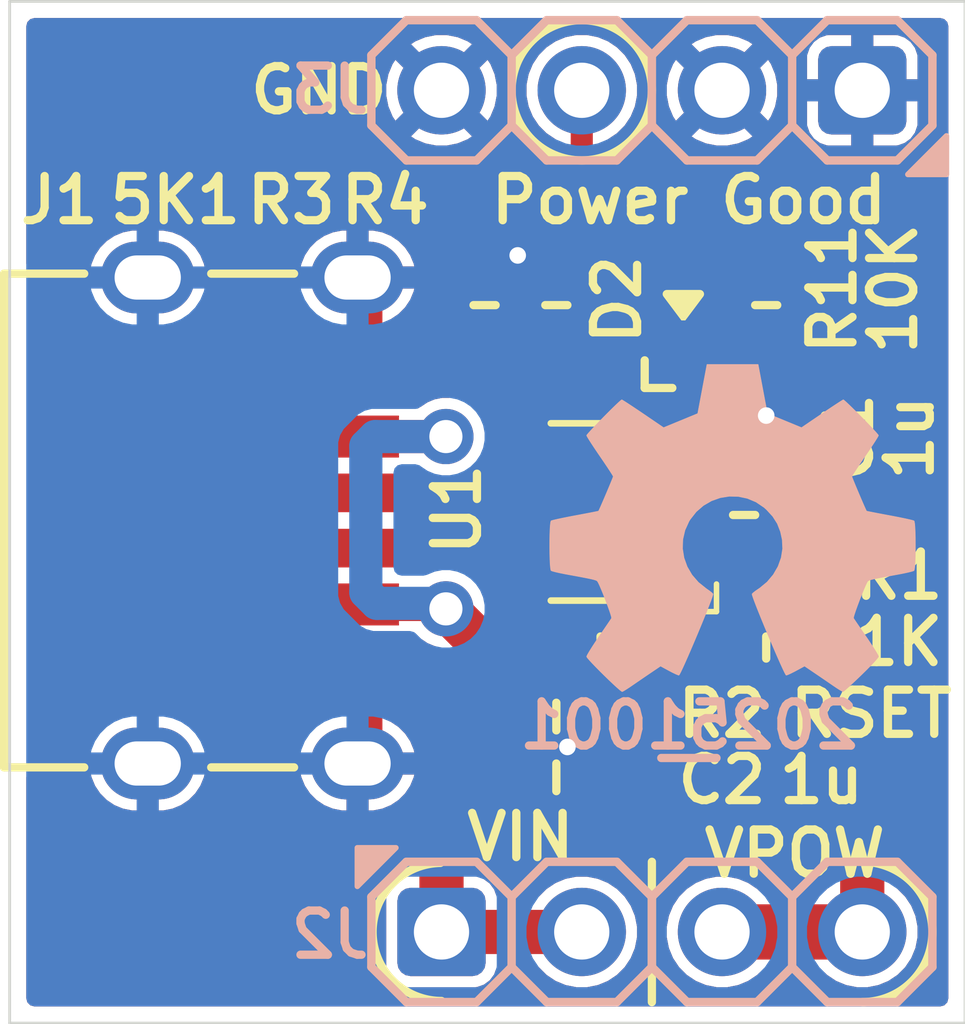
<source format=kicad_pcb>
(kicad_pcb (version 20241229) (generator "pcbnew") (generator_version "9.0")
  (layers (0 "F.Cu" mixed) (2 "B.Cu" mixed) (13 "F.Paste" user) (15 "B.Paste" user) (5 "F.SilkS" user "F.Silkscreen") (7 "B.SilkS" user "B.Silkscreen") (1 "F.Mask" user) (3 "B.Mask" user) (25 "Edge.Cuts" user))
  (net 0 "")
  (net 1 "GND")
  (net 2 "/VDD")
  (net 3 "/VPOW")
  (net 4 "Net-(D2-A)")
  (net 5 "/PG")
  (net 6 "/VIN")
  (net 7 "/CC2")
  (net 8 "/CC1")
  (net 9 "Net-(U1-CFG)")
  (footprint "SquantorCapacitor:C_0805+0603" (layer "F.Cu") (at 102.4 49.6 -90)
    (property "Reference" "C1" (at -1.4 -1.5 90) (layer "F.SilkS") (effects (font (size 0.8 0.8))))
    (property "Value" "1u" (at -1.4 -2.6 90) (layer "F.SilkS") (effects (font (size 0.8 0.8))))
    (fp_line (start 0 0.6) (end 0 0.2) (stroke (width 0.15)) (layer "F.SilkS"))
    (fp_line (start 0 -0.6) (end 0 -0.2) (stroke (width 0.15)) (layer "F.SilkS"))
    (pad "1" smd roundrect (at -0.95 0 270) (size 1.3 1.35) (layers "F.Cu" "F.Mask" "F.Paste") (roundrect_rratio 0.2) (net 1 "GND"))
    (pad "2" smd roundrect (at 0.95 0 270) (size 1.3 1.35) (layers "F.Cu" "F.Mask" "F.Paste") (roundrect_rratio 0.2) (net 2 "/VDD"))
  )
  (footprint "SquantorResistor:R_0603_hand" (layer "F.Cu") (at 98.6 45.8 90)
    (property "Reference" "R4" (at 1.9 -3.1 180) (layer "F.SilkS") (effects (font (size 0.8 0.8))))
    (property "Value" "5K1")
    (fp_line (start 0 -0.2) (end 0 0.2) (stroke (width 0.15)) (layer "F.SilkS"))
    (pad "1" smd roundrect (at -0.9 0 90) (size 0.8 0.9) (layers "F.Cu" "F.Mask" "F.Paste") (roundrect_rratio 0.1428571429) (net 7 "/CC2"))
    (pad "2" smd roundrect (at 0.9 0 90) (size 0.8 0.9) (layers "F.Cu" "F.Mask" "F.Paste") (roundrect_rratio 0.1428571429) (net 1 "GND"))
  )
  (footprint "SquantorDiodes:LED_0603_hand" (layer "F.Cu") (at 100.9 45.8 90)
    (property "Reference" "D2" (at 0.1 -1.2 270) (layer "F.SilkS") (effects (font (size 0.8 0.8))))
    (property "Value" "Power Good" (at 1.9 0.1 180) (layer "F.SilkS") (effects (font (size 0.8 0.8))))
    (fp_line (start -1.5 -0.7) (end -1 -0.7) (stroke (width 0.15)) (layer "F.SilkS"))
    (fp_line (start -1.5 -0.7) (end -1.5 -0.2) (stroke (width 0.15)) (layer "F.SilkS"))
    (fp_poly (pts (xy -0.2 0) (xy 0.2 -0.3) (xy 0.2 0.3)) (stroke (width 0.15)) (fill yes) (layer "F.SilkS"))
    (pad "1" smd roundrect (at -0.85 0 90) (size 0.7 0.9) (layers "F.Cu" "F.Mask" "F.Paste") (roundrect_rratio 0.2) (net 5 "/PG"))
    (pad "2" smd roundrect (at 0.85 0 90) (size 0.7 0.9) (layers "F.Cu" "F.Mask" "F.Paste") (roundrect_rratio 0.2) (net 4 "Net-(D2-A)"))
  )
  (footprint "SquantorResistor:R_0603_hand" (layer "F.Cu") (at 97.3 45.8 90)
    (property "Reference" "R3" (at 1.9 -3.5 180) (layer "F.SilkS") (effects (font (size 0.8 0.8))))
    (property "Value" "5K1" (at 1.9 -5.6 180) (layer "F.SilkS") (effects (font (size 0.8 0.8))))
    (fp_line (start 0 -0.2) (end 0 0.2) (stroke (width 0.15)) (layer "F.SilkS"))
    (pad "1" smd roundrect (at -0.9 0 90) (size 0.8 0.9) (layers "F.Cu" "F.Mask" "F.Paste") (roundrect_rratio 0.1428571429) (net 8 "/CC1"))
    (pad "2" smd roundrect (at 0.9 0 90) (size 0.8 0.9) (layers "F.Cu" "F.Mask" "F.Paste") (roundrect_rratio 0.1428571429) (net 1 "GND"))
  )
  (footprint "SquantorCapacitor:C_1206_0805" (layer "F.Cu") (at 98.6 53.8)
    (property "Reference" "C2" (at 3 0.6 0) (layer "F.SilkS") (effects (font (size 0.8 0.8))))
    (property "Value" "1u" (at 4.8 0.6 0) (layer "F.SilkS") (effects (font (size 0.8 0.8))))
    (fp_line (start 0 -0.8) (end 0 -0.3) (stroke (width 0.15)) (layer "F.SilkS"))
    (fp_line (start 0 0.8) (end 0 0.3) (stroke (width 0.15)) (layer "F.SilkS"))
    (pad "1" smd roundrect (at -1.25 0) (size 1.5 1.6) (layers "F.Cu" "F.Mask" "F.Paste") (net 6 "/VIN"))
    (pad "2" smd roundrect (at 1.25 0) (size 1.5 1.6) (layers "F.Cu" "F.Mask" "F.Paste") (net 1 "GND"))
  )
  (footprint "SquantorUsb:USB-C-HRO-31-M-17_aisler" (layer "F.Cu") (at 95.15 49.7 -90)
    (property "Reference" "J1" (at -5.8 5.55 180) (layer "F.SilkS") (effects (font (size 0.8 0.8))))
    (property "Value" "USB-C_PD")
    (fp_line (start -4.47 6.55) (end 4.47 6.55) (stroke (width 0.15)) (layer "F.SilkS"))
    (fp_line (start -4.47 6.55) (end -4.47 5.1) (stroke (width 0.15)) (layer "F.SilkS"))
    (fp_line (start 4.47 6.55) (end 4.47 5.1) (stroke (width 0.15)) (layer "F.SilkS"))
    (fp_line (start -4.47 2.8) (end -4.47 1.3) (stroke (width 0.15)) (layer "F.SilkS"))
    (fp_line (start 4.47 2.8) (end 4.47 1.3) (stroke (width 0.15)) (layer "F.SilkS"))
    (pad "A5" smd rect (at -0.5 0 270) (size 0.7 1.2) (layers "F.Cu" "F.Mask" "F.Paste") (net 8 "/CC1"))
    (pad "A9" smd rect (at 1.52 0 270) (size 0.76 1.2) (layers "F.Cu" "F.Mask" "F.Paste") (net 6 "/VIN"))
    (pad "A12" smd rect (at 2.75 0 270) (size 0.8 1.2) (layers "F.Cu" "F.Mask" "F.Paste") (net 1 "GND"))
    (pad "B5" smd rect (at 0.5 0 270) (size 0.7 1.2) (layers "F.Cu" "F.Mask" "F.Paste") (net 7 "/CC2"))
    (pad "B9" smd rect (at -1.52 0 270) (size 0.76 1.2) (layers "F.Cu" "F.Mask" "F.Paste") (net 6 "/VIN"))
    (pad "B12" smd rect (at -2.75 0 270) (size 0.8 1.2) (layers "F.Cu" "F.Mask" "F.Paste") (net 1 "GND"))
    (pad "S" thru_hole oval (at -4.4 0.15 270) (size 1.3 1.7) (drill oval 0.8 1.2) (layers "*.Cu" "*.Mask") (net 1 "GND"))
    (pad "S" thru_hole oval (at -4.4 3.95 270) (size 1.3 1.7) (drill oval 0.8 1.2) (layers "*.Cu" "*.Mask") (net 1 "GND"))
    (pad "S" thru_hole oval (at 4.4 0.15 270) (size 1.3 1.7) (drill oval 0.8 1.2) (layers "*.Cu" "*.Mask") (net 1 "GND"))
    (pad "S" thru_hole oval (at 4.4 3.95 270) (size 1.3 1.7) (drill oval 0.8 1.2) (layers "*.Cu" "*.Mask") (net 1 "GND"))
  )
  (footprint "SquantorIC:SOT23-6-HAND" (layer "F.Cu") (at 99.4 49.55 180)
    (property "Reference" "U1" (at 2.6 0.05 90) (layer "F.SilkS") (effects (font (size 0.8 0.8))))
    (property "Value" "CH221K")
    (fp_line (start 0.9 -1.6) (end -0.9 -1.6) (stroke (width 0.12)) (layer "F.SilkS"))
    (fp_line (start -0.9 1.61) (end 0.9 1.61) (stroke (width 0.12)) (layer "F.SilkS"))
    (fp_line (start -2.1 -1.8) (end -1.6 -1.8) (stroke (width 0.1)) (layer "F.SilkS"))
    (fp_line (start -2.1 -1.8) (end -2.1 -1.3) (stroke (width 0.1)) (layer "F.SilkS"))
    (pad "1" smd roundrect (at -1.2 -0.95 180) (size 1.2 0.65) (layers "F.Cu" "F.Mask" "F.Paste") (roundrect_rratio 0.2) (net 2 "/VDD"))
    (pad "2" smd roundrect (at -1.2 0 180) (size 1.2 0.65) (layers "F.Cu" "F.Mask" "F.Paste") (roundrect_rratio 0.2) (net 1 "GND"))
    (pad "3" smd roundrect (at -1.2 0.95 180) (size 1.2 0.65) (layers "F.Cu" "F.Mask" "F.Paste") (roundrect_rratio 0.2) (net 5 "/PG"))
    (pad "4" smd roundrect (at 1.2 0.95 180) (size 1.2 0.65) (layers "F.Cu" "F.Mask" "F.Paste") (roundrect_rratio 0.2) (net 8 "/CC1"))
    (pad "5" smd roundrect (at 1.2 0 180) (size 1.2 0.65) (layers "F.Cu" "F.Mask" "F.Paste") (roundrect_rratio 0.2) (net 7 "/CC2"))
    (pad "6" smd roundrect (at 1.2 -0.95 180) (size 1.2 0.65) (layers "F.Cu" "F.Mask" "F.Paste") (roundrect_rratio 0.2) (net 9 "Net-(U1-CFG)"))
  )
  (footprint "SquantorResistor:R_0603_hand" (layer "F.Cu") (at 102.4 52 180)
    (property "Reference" "R1" (at -2.4 1.3 180) (layer "F.SilkS") (effects (font (size 0.8 0.8))))
    (property "Value" "1K" (at -2.4 0.1 180) (layer "F.SilkS") (effects (font (size 0.8 0.8))))
    (fp_line (start 0 -0.2) (end 0 0.2) (stroke (width 0.15)) (layer "F.SilkS"))
    (pad "1" smd roundrect (at -0.9 0 180) (size 0.8 0.9) (layers "F.Cu" "F.Mask" "F.Paste") (roundrect_rratio 0.1428571429) (net 3 "/VPOW"))
    (pad "2" smd roundrect (at 0.9 0 180) (size 0.8 0.9) (layers "F.Cu" "F.Mask" "F.Paste") (roundrect_rratio 0.1428571429) (net 2 "/VDD"))
  )
  (footprint "SquantorResistor:R_0603_hand" (layer "F.Cu") (at 99.4 52)
    (property "Reference" "R2" (at 2.2 1.2 0) (layer "F.SilkS") (effects (font (size 0.8 0.8))))
    (property "Value" "RSET" (at 4.9 1.2 0) (layer "F.SilkS") (effects (font (size 0.8 0.8))))
    (fp_line (start 0 -0.2) (end 0 0.2) (stroke (width 0.15)) (layer "F.SilkS"))
    (pad "1" smd roundrect (at -0.9 0) (size 0.8 0.9) (layers "F.Cu" "F.Mask" "F.Paste") (roundrect_rratio 0.1428571429) (net 9 "Net-(U1-CFG)"))
    (pad "2" smd roundrect (at 0.9 0) (size 0.8 0.9) (layers "F.Cu" "F.Mask" "F.Paste") (roundrect_rratio 0.1428571429) (net 2 "/VDD"))
  )
  (footprint "SquantorResistor:R_0603_hand" (layer "F.Cu") (at 102.4 45.8 90)
    (property "Reference" "R11" (at 0.3 1.2 90) (layer "F.SilkS") (effects (font (size 0.8 0.8))))
    (property "Value" "10K" (at 0.3 2.3 90) (layer "F.SilkS") (effects (font (size 0.8 0.8))))
    (fp_line (start 0 -0.2) (end 0 0.2) (stroke (width 0.15)) (layer "F.SilkS"))
    (pad "1" smd roundrect (at -0.9 0 90) (size 0.8 0.9) (layers "F.Cu" "F.Mask" "F.Paste") (roundrect_rratio 0.1428571429) (net 2 "/VDD"))
    (pad "2" smd roundrect (at 0.9 0 90) (size 0.8 0.9) (layers "F.Cu" "F.Mask" "F.Paste") (roundrect_rratio 0.1428571429) (net 4 "Net-(D2-A)"))
  )
  (footprint "SquantorLabels:Label_Generic" (layer "B.Cu") (at 101 53.4 180)
    (property "Reference" "N1" (hide yes))
    (property "Value" "20251001" (at 0 -0.0125 0) (layer "B.SilkS") (effects (font (size 0.8 0.8)) (justify mirror)))
    (fp_line (start -0.5 -0.6) (end 0.5 -0.6) (stroke (width 0.15)) (layer "B.SilkS"))
  )
  (footprint "Symbol:OSHW-Symbol_6.7x6mm_SilkScreen" (layer "B.Cu") (at 101.8 49.85 180)
    (property "Reference" "N2" (hide yes))
    (property "Value" "OHWLOGO" (hide yes))
    (fp_poly (pts (xy 0.555814 2.531069) (xy 0.639635 2.086445) (xy 0.94892 1.958947) (xy 1.258206 1.831449) (xy 1.629246 2.083754) (xy 1.733157 2.154004) (xy 1.827087 2.216728) (xy 1.906652 2.269062) (xy 1.96747 2.308143) (xy 2.005157 2.331107) (xy 2.015421 2.336058) (xy 2.03391 2.323324) (xy 2.07342 2.288118) (xy 2.129522 2.234938) (xy 2.197787 2.168282) (xy 2.273786 2.092646) (xy 2.353092 2.012528) (xy 2.431275 1.932426) (xy 2.503907 1.856836) (xy 2.566559 1.790255) (xy 2.614803 1.737182) (xy 2.64421 1.702113) (xy 2.651241 1.690377) (xy 2.641123 1.66874) (xy 2.612759 1.621338) (xy 2.569129 1.552807) (xy 2.513218 1.467785) (xy 2.448006 1.370907) (xy 2.410219 1.31565) (xy 2.341343 1.214752) (xy 2.28014 1.123701) (xy 2.229578 1.04703) (xy 2.192628 0.989272) (xy 2.172258 0.954957) (xy 2.169197 0.947746) (xy 2.176136 0.927252) (xy 2.195051 0.879487) (xy 2.223087 0.811168) (xy 2.257391 0.729011) (xy 2.295109 0.63973) (xy 2.333387 0.550042) (xy 2.36937 0.466662) (xy 2.400206 0.396306) (xy 2.423039 0.34569) (xy 2.435017 0.321529) (xy 2.435724 0.320578) (xy 2.454531 0.315964) (xy 2.504618 0.305672) (xy 2.580793 0.290713) (xy 2.677865 0.272099) (xy 2.790643 0.250841) (xy 2.856442 0.238582) (xy 2.97695 0.215638) (xy 3.085797 0.193805) (xy 3.177476 0.174278) (xy 3.246481 0.158252) (xy 3.287304 0.146921) (xy 3.295511 0.143326) (xy 3.303548 0.118994) (xy 3.310033 0.064041) (xy 3.31497 -0.015108) (xy 3.318364 -0.112026) (xy 3.320218 -0.220287) (xy 3.320538 -0.333465) (xy 3.319327 -0.445135) (xy 3.31659 -0.548868) (xy 3.312331 -0.638241) (xy 3.306555 -0.706826) (xy 3.299267 -0.748197) (xy 3.294895 -0.75681) (xy 3.268764 -0.767133) (xy 3.213393 -0.781892) (xy 3.136107 -0.799352) (xy 3.04423 -0.81778) (xy 3.012158 -0.823741) (xy 2.857524 -0.852066) (xy 2.735375 -0.874876) (xy 2.641673 -0.89308) (xy 2.572384 -0.907583) (xy 2.523471 -0.919292) (xy 2.490897 -0.929115) (xy 2.470628 -0.937956) (xy 2.458626 -0.946724) (xy 2.456947 -0.948457) (xy 2.440184 -0.976371) (xy 2.414614 -1.030695) (xy 2.382788 -1.104777) (xy 2.34726 -1.191965) (xy 2.310583 -1.285608) (xy 2.275311 -1.379052) (xy 2.243996 -1.465647) (xy 2.219193 -1.53874) (xy 2.203454 -1.591678) (xy 2.199332 -1.617811) (xy 2.199676 -1.618726) (xy 2.213641 -1.640086) (xy 2.245322 -1.687084) (xy 2.291391 -1.754827) (xy 2.348518 -1.838423) (xy 2.413373 -1.932982) (xy 2.431843 -1.959854) (xy 2.497699 -2.057275) (xy 2.55565 -2.146163) (xy 2.602538 -2.221412) (xy 2.635207 -2.27792) (xy 2.6505 -2.310581) (xy 2.651241 -2.314593) (xy 2.638392 -2.335684) (xy 2.602888 -2.377464) (xy 2.549293 -2.435445) (xy 2.482171 -2.505135) (xy 2.406087 -2.582045) (xy 2.325604 -2.661683) (xy 2.245287 -2.739561) (xy 2.169699 -2.811186) (xy 2.103405 -2.87207) (xy 2.050969 -2.917721) (xy 2.016955 -2.94365) (xy 2.007545 -2.947883) (xy 1.985643 -2.937912) (xy 1.9408 -2.91102) (xy 1.880321 -2.871736) (xy 1.833789 -2.840117) (xy 1.749475 -2.782098) (xy 1.649626 -2.713784) (xy 1.549473 -2.645579) (xy 1.495627 -2.609075) (xy 1.313371 -2.4858) (xy 1.160381 -2.56852) (xy 1.090682 -2.604759) (xy 1.031414 -2.632926) (xy 0.991311 -2.648991) (xy 0.981103 -2.651226) (xy 0.968829 -2.634722) (xy 0.944613 -2.588082) (xy 0.910263 -2.515609) (xy 0.867588 -2.421606) (xy 0.818394 -2.310374) (xy 0.76449 -2.186215) (xy 0.707684 -2.053432) (xy 0.649782 -1.916327) (xy 0.592593 -1.779202) (xy 0.537924 -1.646358) (xy 0.487584 -1.522098) (xy 0.44338 -1.410725) (xy 0.407119 -1.316539) (xy 0.380609 -1.243844) (xy 0.365658 -1.196941) (xy 0.363254 -1.180833) (xy 0.382311 -1.160286) (xy 0.424036 -1.126933) (xy 0.479706 -1.087702) (xy 0.484378 -1.084599) (xy 0.628264 -0.969423) (xy 0.744283 -0.835053) (xy 0.83143 -0.685784) (xy 0.888699 -0.525913) (xy 0.915086 -0.359737) (xy 0.909585 -0.191552) (xy 0.87119 -0.025655) (xy 0.798895 0.133658) (xy 0.777626 0.168513) (xy 0.666996 0.309263) (xy 0.536302 0.422286) (xy 0.390064 0.506997) (xy 0.232808 0.562806) (xy 0.069057 0.589126) (xy -0.096667 0.58537) (xy -0.259838 0.55095) (xy -0.415935 0.485277) (xy -0.560433 0.387765) (xy -0.605131 0.348187) (xy -0.718888 0.224297) (xy -0.801782 0.093876) (xy -0.858644 -0.052315) (xy -0.890313 -0.197088) (xy -0.898131 -0.35986) (xy -0.872062 -0.52344) (xy -0.814755 -0.682298) (xy -0.728856 -0.830906) (xy -0.617014 -0.963735) (xy -0.481877 -1.075256) (xy -0.464117 -1.087011) (xy -0.40785 -1.125508) (xy -0.365077 -1.158863) (xy -0.344628 -1.18016) (xy -0.344331 -1.180833) (xy -0.348721 -1.203871) (xy -0.366124 -1.256157) (xy -0.394732 -1.33339) (xy -0.432735 -1.431268) (xy -0.478326 -1.545491) (xy -0.529697 -1.671758) (xy -0.585038 -1.805767) (xy -0.642542 -1.943218) (xy -0.700399 -2.079808) (xy -0.756802 -2.211237) (xy -0.809942 -2.333205) (xy -0.85801 -2.441409) (xy -0.899199 -2.531549) (xy -0.931699 -2.599323) (xy -0.953703 -2.64043) (xy -0.962564 -2.651226) (xy -0.98964 -2.642819) (xy -1.040303 -2.620272) (xy -1.105817 -2.587613) (xy -1.141841 -2.56852) (xy -1.294832 -2.4858) (xy -1.477088 -2.609075) (xy -1.570125 -2.672228) (xy -1.671985 -2.741727) (xy -1.767438 -2.807165) (xy -1.81525 -2.840117) (xy -1.882495 -2.885273) (xy -1.939436 -2.921057) (xy -1.978646 -2.942938) (xy -1.991381 -2.947563) (xy -2.009917 -2.935085) (xy -2.050941 -2.900252) (xy -2.110475 -2.846678) (xy -2.184542 -2.777983) (xy -2.269165 -2.697781) (xy -2.322685 -2.646286) (xy -2.416319 -2.554286) (xy -2.497241 -2.471999) (xy -2.562177 -2.402945) (xy -2.607858 -2.350644) (xy -2.631011 -2.318616) (xy -2.633232 -2.312116) (xy -2.622924 -2.287394) (xy -2.594439 -2.237405) (xy -2.550937 -2.167212) (xy -2.495577 -2.081875) (xy -2.43152 -1.986456) (xy -2.413303 -1.959854) (xy -2.346927 -1.863167) (xy -2.287378 -1.776117) (xy -2.237984 -1.703595) (xy -2.202075 -1.650493) (xy -2.182981 -1.621703) (xy -2.181136 -1.618726) (xy -2.183895 -1.595782) (xy -2.198538 -1.545336) (xy -2.222513 -1.474041) (xy -2.253266 -1.388547) (xy -2.288244 -1.295507) (xy -2.324893 -1.201574) (xy -2.360661 -1.113399) (xy -2.392994 -1.037634) (xy -2.419338 -0.980931) (xy -2.437142 -0.949943) (xy -2.438407 -0.948457) (xy -2.449294 -0.939601) (xy -2.467682 -0.930843) (xy -2.497606 -0.921277) (xy -2.543103 -0.909996) (xy -2.608209 -0.896093) (xy -2.696961 -0.878663) (xy -2.813393 -0.856798) (xy -2.961542 -0.829591) (xy -2.993618 -0.823741) (xy -3.088686 -0.805374) (xy -3.171565 -0.787405) (xy -3.23493 -0.771569) (xy -3.271458 -0.7596) (xy -3.276356 -0.75681) (xy -3.284427 -0.732072) (xy -3.290987 -0.67679) (xy -3.296033 -0.597389) (xy -3.299559 -0.500296) (xy -3.301561 -0.391938) (xy -3.302036 -0.27874) (xy -3.300977 -0.167128) (xy -3.298382 -0.063529) (xy -3.294246 0.025632) (xy -3.288563 0.093928) (xy -3.281331 0.134934) (xy -3.276971 0.143326) (xy -3.252698 0.151792) (xy -3.197426 0.165565) (xy -3.116662 0.18345) (xy -3.015912 0.204252) (xy -2.900683 0.226777) (xy -2.837902 0.238582) (xy -2.718787 0.260849) (xy -2.612565 0.281021) (xy -2.524427 0.298085) (xy -2.459566 0.311031) (xy -2.423174 0.318845) (xy -2.417184 0.320578) (xy -2.407061 0.34011) (xy -2.385662 0.387157) (xy -2.355839 0.454997) (xy -2.320445 0.536909) (xy -2.282332 0.626172) (xy -2.244353 0.716065) (xy -2.20936 0.799865) (xy -2.180206 0.870853) (xy -2.159743 0.922306) (xy -2.150823 0.947503) (xy -2.150657 0.948604) (xy -2.160769 0.968481) (xy -2.189117 1.014223) (xy -2.232723 1.081283) (xy -2.288606 1.165116) (xy -2.353787 1.261174) (xy -2.391679 1.31635) (xy -2.460725 1.417519) (xy -2.52205 1.50937) (xy -2.572663 1.587256) (xy -2.609571 1.646531) (xy -2.629782 1.682549) (xy -2.632701 1.690623) (xy -2.620153 1.709416) (xy -2.585463 1.749543) (xy -2.533063 1.806507) (xy -2.467384 1.875815) (xy -2.392856 1.952969) (xy -2.313913 2.033475) (xy -2.234983 2.112837) (xy -2.1605 2.18656) (xy -2.094894 2.250148) (xy -2.042596 2.299106) (xy -2.008039 2.328939) (xy -1.996478 2.336058) (xy -1.977654 2.326047) (xy -1.932631 2.297922) (xy -1.865787 2.254546) (xy -1.781499 2.198782) (xy -1.684144 2.133494) (xy -1.610707 2.083754) (xy -1.239667 1.831449) (xy -0.621095 2.086445) (xy -0.537275 2.531069) (xy -0.453454 2.975693) (xy 0.471994 2.975693) (xy 0.555814 2.531069)) (stroke (width 0.01)) (fill yes) (layer "B.SilkS"))
  )
  (footprint "SquantorConnectors:Header-0254-1X04-H010" (layer "B.Cu") (at 100.33 57.15)
    (property "Reference" "J2" (at -5.83 0.05 0) (layer "B.SilkS") (effects (font (size 0.8 0.8) (thickness 0.15) (bold yes)) (justify mirror)))
    (property "Value" "Conn_01x04")
    (fp_line (start -5.08 -0.635) (end -4.445 -1.27) (stroke (width 0.1524)) (layer "B.SilkS"))
    (fp_line (start -5.08 0.635) (end -5.08 -0.635) (stroke (width 0.1524)) (layer "B.SilkS"))
    (fp_line (start -4.445 1.27) (end -5.08 0.635) (stroke (width 0.1524)) (layer "B.SilkS"))
    (fp_line (start -4.445 1.27) (end -3.175 1.27) (stroke (width 0.1524)) (layer "B.SilkS"))
    (fp_line (start -3.175 -1.27) (end -4.445 -1.27) (stroke (width 0.1524)) (layer "B.SilkS"))
    (fp_line (start -3.175 1.27) (end -2.54 0.635) (stroke (width 0.1524)) (layer "B.SilkS"))
    (fp_line (start -2.54 -0.635) (end -3.175 -1.27) (stroke (width 0.1524)) (layer "B.SilkS"))
    (fp_line (start -2.54 0.635) (end -2.54 -0.635) (stroke (width 0.1524)) (layer "B.SilkS"))
    (fp_line (start -2.54 0.635) (end -1.905 1.27) (stroke (width 0.1524)) (layer "B.SilkS"))
    (fp_line (start -1.905 -1.27) (end -2.54 -0.635) (stroke (width 0.1524)) (layer "B.SilkS"))
    (fp_line (start -1.905 1.27) (end -0.635 1.27) (stroke (width 0.1524)) (layer "B.SilkS"))
    (fp_line (start -0.635 -1.27) (end -1.905 -1.27) (stroke (width 0.1524)) (layer "B.SilkS"))
    (fp_line (start -0.635 1.27) (end 0 0.635) (stroke (width 0.1524)) (layer "B.SilkS"))
    (fp_line (start 0 -0.635) (end -0.635 -1.27) (stroke (width 0.1524)) (layer "B.SilkS"))
    (fp_line (start 0 0.635) (end 0 -0.635) (stroke (width 0.1524)) (layer "B.SilkS"))
    (fp_line (start 0 0.635) (end 0.635 1.27) (stroke (width 0.1524)) (layer "B.SilkS"))
    (fp_line (start 0.635 -1.27) (end 0 -0.635) (stroke (width 0.1524)) (layer "B.SilkS"))
    (fp_line (start 0.635 1.27) (end 1.905 1.27) (stroke (width 0.1524)) (layer "B.SilkS"))
    (fp_line (start 1.905 -1.27) (end 0.635 -1.27) (stroke (width 0.1524)) (layer "B.SilkS"))
    (fp_line (start 1.905 1.27) (end 2.54 0.635) (stroke (width 0.1524)) (layer "B.SilkS"))
    (fp_line (start 2.54 -0.635) (end 1.905 -1.27) (stroke (width 0.1524)) (layer "B.SilkS"))
    (fp_line (start 2.54 -0.635) (end 3.175 -1.27) (stroke (width 0.1524)) (layer "B.SilkS"))
    (fp_line (start 2.54 0.635) (end 2.54 -0.635) (stroke (width 0.1524)) (layer "B.SilkS"))
    (fp_line (start 3.175 1.27) (end 2.54 0.635) (stroke (width 0.1524)) (layer "B.SilkS"))
    (fp_line (start 3.175 1.27) (end 4.445 1.27) (stroke (width 0.1524)) (layer "B.SilkS"))
    (fp_line (start 4.445 -1.27) (end 3.175 -1.27) (stroke (width 0.1524)) (layer "B.SilkS"))
    (fp_line (start 4.445 1.27) (end 5.08 0.635) (stroke (width 0.1524)) (layer "B.SilkS"))
    (fp_line (start 5.08 -0.635) (end 4.445 -1.27) (stroke (width 0.1524)) (layer "B.SilkS"))
    (fp_line (start 5.08 0.635) (end 5.08 -0.635) (stroke (width 0.1524)) (layer "B.SilkS"))
    (fp_poly (pts (xy -5.334 -0.8255) (xy -5.334 -1.524) (xy -4.6355 -1.524)) (stroke (width 0.1)) (fill yes) (layer "B.SilkS"))
    (pad "1" thru_hole roundrect (at -3.81 0 180) (size 1.6 1.6) (drill 1) (layers "*.Cu" "*.Mask") (roundrect_rratio 0.15) (net 6 "/VIN"))
    (pad "2" thru_hole circle (at -1.27 0 180) (size 1.6 1.6) (drill 1) (layers "*.Cu" "*.Mask") (net 6 "/VIN"))
    (pad "3" thru_hole circle (at 1.27 0 180) (size 1.6 1.6) (drill 1) (layers "*.Cu" "*.Mask") (net 3 "/VPOW"))
    (pad "4" thru_hole circle (at 3.81 0 180) (size 1.6 1.6) (drill 1) (layers "*.Cu" "*.Mask") (net 3 "/VPOW"))
  )
  (footprint "SquantorConnectors:Header-0254-1X04-H010" (layer "B.Cu") (at 100.33 41.91 180)
    (property "Reference" "J3" (at 5.83 0.01 0) (layer "B.SilkS") (effects (font (size 0.8 0.8) (thickness 0.15) (bold yes)) (justify mirror)))
    (property "Value" "Conn_01x04")
    (fp_line (start 5.08 0.635) (end 5.08 -0.635) (stroke (width 0.1524)) (layer "B.SilkS"))
    (fp_line (start 5.08 -0.635) (end 4.445 -1.27) (stroke (width 0.1524)) (layer "B.SilkS"))
    (fp_line (start 4.445 1.27) (end 5.08 0.635) (stroke (width 0.1524)) (layer "B.SilkS"))
    (fp_line (start 4.445 -1.27) (end 3.175 -1.27) (stroke (width 0.1524)) (layer "B.SilkS"))
    (fp_line (start 3.175 1.27) (end 4.445 1.27) (stroke (width 0.1524)) (layer "B.SilkS"))
    (fp_line (start 3.175 1.27) (end 2.54 0.635) (stroke (width 0.1524)) (layer "B.SilkS"))
    (fp_line (start 2.54 0.635) (end 2.54 -0.635) (stroke (width 0.1524)) (layer "B.SilkS"))
    (fp_line (start 2.54 -0.635) (end 3.175 -1.27) (stroke (width 0.1524)) (layer "B.SilkS"))
    (fp_line (start 2.54 -0.635) (end 1.905 -1.27) (stroke (width 0.1524)) (layer "B.SilkS"))
    (fp_line (start 1.905 1.27) (end 2.54 0.635) (stroke (width 0.1524)) (layer "B.SilkS"))
    (fp_line (start 1.905 -1.27) (end 0.635 -1.27) (stroke (width 0.1524)) (layer "B.SilkS"))
    (fp_line (start 0.635 1.27) (end 1.905 1.27) (stroke (width 0.1524)) (layer "B.SilkS"))
    (fp_line (start 0.635 -1.27) (end 0 -0.635) (stroke (width 0.1524)) (layer "B.SilkS"))
    (fp_line (start 0 0.635) (end 0.635 1.27) (stroke (width 0.1524)) (layer "B.SilkS"))
    (fp_line (start 0 0.635) (end 0 -0.635) (stroke (width 0.1524)) (layer "B.SilkS"))
    (fp_line (start 0 -0.635) (end -0.635 -1.27) (stroke (width 0.1524)) (layer "B.SilkS"))
    (fp_line (start -0.635 1.27) (end 0 0.635) (stroke (width 0.1524)) (layer "B.SilkS"))
    (fp_line (start -0.635 -1.27) (end -1.905 -1.27) (stroke (width 0.1524)) (layer "B.SilkS"))
    (fp_line (start -1.905 1.27) (end -0.635 1.27) (stroke (width 0.1524)) (layer "B.SilkS"))
    (fp_line (start -1.905 -1.27) (end -2.54 -0.635) (stroke (width 0.1524)) (layer "B.SilkS"))
    (fp_line (start -2.54 0.635) (end -1.905 1.27) (stroke (width 0.1524)) (layer "B.SilkS"))
    (fp_line (start -2.54 0.635) (end -2.54 -0.635) (stroke (width 0.1524)) (layer "B.SilkS"))
    (fp_line (start -2.54 -0.635) (end -3.175 -1.27) (stroke (width 0.1524)) (layer "B.SilkS"))
    (fp_line (start -3.175 1.27) (end -2.54 0.635) (stroke (width 0.1524)) (layer "B.SilkS"))
    (fp_line (start -3.175 -1.27) (end -4.445 -1.27) (stroke (width 0.1524)) (layer "B.SilkS"))
    (fp_line (start -4.445 1.27) (end -3.175 1.27) (stroke (width 0.1524)) (layer "B.SilkS"))
    (fp_line (start -4.445 1.27) (end -5.08 0.635) (stroke (width 0.1524)) (layer "B.SilkS"))
    (fp_line (start -5.08 0.635) (end -5.08 -0.635) (stroke (width 0.1524)) (layer "B.SilkS"))
    (fp_line (start -5.08 -0.635) (end -4.445 -1.27) (stroke (width 0.1524)) (layer "B.SilkS"))
    (fp_poly (pts (xy -5.334 -0.8255) (xy -5.334 -1.524) (xy -4.6355 -1.524)) (stroke (width 0.1)) (fill yes) (layer "B.SilkS"))
    (pad "1" thru_hole roundrect (at -3.81 0) (size 1.6 1.6) (drill 1) (layers "*.Cu" "*.Mask") (roundrect_rratio 0.15) (net 1 "GND"))
    (pad "2" thru_hole circle (at -1.27 0) (size 1.6 1.6) (drill 1) (layers "*.Cu" "*.Mask") (net 1 "GND"))
    (pad "3" thru_hole circle (at 1.27 0) (size 1.6 1.6) (drill 1) (layers "*.Cu" "*.Mask") (net 5 "/PG"))
    (pad "4" thru_hole circle (at 3.81 0) (size 1.6 1.6) (drill 1) (layers "*.Cu" "*.Mask") (net 1 "GND"))
  )
  (gr_arc (start 96.52 58.40016) (mid 95.26988 57.16) (end 96.5 55.9) (stroke (width 0.15)) (layer "F.SilkS"))
  (gr_arc (start 104.14 55.88) (mid 105.41 57.15) (end 104.14 58.42) (stroke (width 0.15)) (layer "F.SilkS"))
  (gr_line (start 100.33 55.88) (end 100.33 58.42) (stroke (width 0.15)) (layer "F.SilkS"))
  (gr_circle (center 99.06 41.91) (end 100.33 41.91) (stroke (width 0.15)) (fill no) (layer "F.SilkS"))
  (gr_line (start 106 40.3) (end 106 58.8) (stroke (width 0.05)) (layer "Edge.Cuts"))
  (gr_line (start 106 58.8) (end 88.7 58.8) (stroke (width 0.05)) (layer "Edge.Cuts"))
  (gr_line (start 88.7 58.8) (end 88.7 40.3) (stroke (width 0.05)) (layer "Edge.Cuts"))
  (gr_line (start 88.7 40.3) (end 106 40.3) (stroke (width 0.05)) (layer "Edge.Cuts"))
  (gr_text "VPOW" (at 101.2 56.2 0) (layer "F.SilkS") (effects (font (size 0.8 0.8) (thickness 0.15) (bold yes)) (justify left bottom)))
  (gr_text "GND" (at 94.3 41.91 0) (layer "F.SilkS") (effects (font (size 0.8 0.8) (thickness 0.15) (bold yes))))
  (gr_text "VIN" (at 96.9 55.9 0) (layer "F.SilkS") (effects (font (size 0.8 0.8) (thickness 0.15) (bold yes)) (justify left bottom)))
  (segment (start 95.15 46.95) (end 95.15 45.45) (width 0.6) (layer "F.Cu") (net 1))
  (segment (start 99.4 53.35) (end 99.4 49.9) (width 0.4) (layer "F.Cu") (net 1))
  (segment (start 99.4 49.9) (end 99.75 49.55) (width 0.4) (layer "F.Cu") (net 1))
  (segment (start 95.15 53.95) (end 95 54.1) (width 0.6) (layer "F.Cu") (net 1))
  (segment (start 95.15 52.45) (end 95.15 53.95) (width 0.6) (layer "F.Cu") (net 1))
  (segment (start 99.75 49.55) (end 100.6 49.55) (width 0.4) (layer "F.Cu") (net 1))
  (segment (start 99.85 53.8) (end 99.4 53.35) (width 0.4) (layer "F.Cu") (net 1))
  (segment (start 98.8 53.8) (end 99.85 53.8) (width 0.6) (layer "F.Cu") (net 1))
  (segment (start 102.4 48.65) (end 101.5 49.55) (width 0.4) (layer "F.Cu") (net 1))
  (segment (start 102.4 47.8) (end 102.4 48.65) (width 0.6) (layer "F.Cu") (net 1))
  (segment (start 101.5 49.55) (end 100.6 49.55) (width 0.4) (layer "F.Cu") (net 1))
  (via (at 102.4 47.8) (size 0.7) (drill 0.3) (layers "F.Cu" "B.Cu") (net 1))
  (via (at 98.8 53.8) (size 0.7) (drill 0.3) (layers "F.Cu" "B.Cu") (net 1))
  (via (at 97.9 44.9) (size 0.7) (drill 0.3) (layers "F.Cu" "B.Cu") (net 1))
  (segment (start 103.6 47.1) (end 103.2 46.7) (width 0.4) (layer "F.Cu") (net 2))
  (segment (start 100.625 50.525) (end 103.375 50.525) (width 0.4) (layer "F.Cu") (net 2))
  (segment (start 103.2 46.7) (end 102.4 46.7) (width 0.4) (layer "F.Cu") (net 2))
  (segment (start 100.25 52.05) (end 100.25 51.4) (width 0.2) (layer "F.Cu") (net 2))
  (segment (start 103.375 50.525) (end 103.6 50.3) (width 0.4) (layer "F.Cu") (net 2))
  (segment (start 102.4 51.7) (end 102.4 50.55) (width 0.4) (layer "F.Cu") (net 2))
  (segment (start 102.1 52) (end 102.4 51.7) (width 0.4) (layer "F.Cu") (net 2))
  (segment (start 103.6 50.3) (end 103.6 47.1) (width 0.4) (layer "F.Cu") (net 2))
  (segment (start 101.5 52) (end 102.1 52) (width 0.4) (layer "F.Cu") (net 2))
  (segment (start 100.25 51.4) (end 100.6 51.05) (width 0.2) (layer "F.Cu") (net 2))
  (segment (start 100.6 50.5) (end 100.625 50.525) (width 0.4) (layer "F.Cu") (net 2))
  (segment (start 100.6 51.05) (end 100.6 50.5) (width 0.2) (layer "F.Cu") (net 2))
  (segment (start 103.3 52.8) (end 103.3 52) (width 0.8) (layer "F.Cu") (net 3))
  (segment (start 104.14 53.64) (end 103.3 52.8) (width 0.8) (layer "F.Cu") (net 3))
  (segment (start 104.14 57.15) (end 104.14 53.64) (width 0.8) (layer "F.Cu") (net 3))
  (segment (start 101.6 57.15) (end 104.14 57.15) (width 1) (layer "F.Cu") (net 3))
  (segment (start 100.9 44.95) (end 102.35 44.95) (width 0.2) (layer "F.Cu") (net 4))
  (segment (start 102.35 44.95) (end 102.4 44.9) (width 0.2) (layer "F.Cu") (net 4))
  (segment (start 100.9 47.6) (end 100.9 46.65) (width 0.4) (layer "F.Cu") (net 5))
  (segment (start 99.5 43.8) (end 99.06 43.36) (width 0.4) (layer "F.Cu") (net 5))
  (segment (start 99.65 46.65) (end 99.5 46.5) (width 0.4) (layer "F.Cu") (net 5))
  (segment (start 100.9 46.65) (end 99.65 46.65) (width 0.4) (layer "F.Cu") (net 5))
  (segment (start 99.5 46.5) (end 99.5 43.8) (width 0.4) (layer "F.Cu") (net 5))
  (segment (start 99.06 43.36) (end 99.06 41.91) (width 0.4) (layer "F.Cu") (net 5))
  (segment (start 100.6 47.9) (end 100.9 47.6) (width 0.4) (layer "F.Cu") (net 5))
  (segment (start 100.6 48.6) (end 100.6 47.9) (width 0.4) (layer "F.Cu") (net 5))
  (segment (start 97.35 53.8) (end 97.35 55.05) (width 0.8) (layer "F.Cu") (net 6))
  (segment (start 96.52 55.88) (end 96.52 57.15) (width 0.8) (layer "F.Cu") (net 6))
  (segment (start 97.35 55.05) (end 96.52 55.88) (width 0.8) (layer "F.Cu") (net 6))
  (segment (start 97.35 53.8) (end 97.35 52.05) (width 0.8) (layer "F.Cu") (net 6))
  (segment (start 96.52 57.15) (end 99.06 57.15) (width 0.8) (layer "F.Cu") (net 6))
  (segment (start 96.52 51.22) (end 96.6 51.3) (width 0.6) (layer "F.Cu") (net 6))
  (segment (start 95.15 51.22) (end 96.52 51.22) (width 0.6) (layer "F.Cu") (net 6))
  (segment (start 97.35 52.05) (end 96.6 51.3) (width 0.8) (layer "F.Cu") (net 6))
  (segment (start 96.6 48.18) (end 95.15 48.18) (width 0.6) (layer "F.Cu") (net 6))
  (via (at 96.6 48.18) (size 1) (drill 0.6) (layers "F.Cu" "B.Cu") (net 6))
  (via (at 96.6 51.3) (size 1) (drill 0.6) (layers "F.Cu" "B.Cu") (net 6))
  (segment (start 95.15 51) (end 95.35 51.2) (width 0.6) (layer "B.Cu") (net 6))
  (segment (start 95.15 48.35) (end 95.15 51) (width 0.6) (layer "B.Cu") (net 6))
  (segment (start 95.35 51.2) (end 96.5 51.2) (width 0.6) (layer "B.Cu") (net 6))
  (segment (start 95.32 48.18) (end 95.15 48.35) (width 0.6) (layer "B.Cu") (net 6))
  (segment (start 96.6 48.18) (end 95.32 48.18) (width 0.6) (layer "B.Cu") (net 6))
  (segment (start 96.5 51.2) (end 96.6 51.3) (width 0.6) (layer "B.Cu") (net 6))
  (segment (start 98.95 49.55) (end 98.2 49.55) (width 0.2) (layer "F.Cu") (net 7))
  (segment (start 98.6 46.65) (end 98.6 47.5) (width 0.2) (layer "F.Cu") (net 7))
  (segment (start 96.75 50.2) (end 97.4 49.55) (width 0.2) (layer "F.Cu") (net 7))
  (segment (start 99.1 48) (end 99.1 49.4) (width 0.2) (layer "F.Cu") (net 7))
  (segment (start 97.4 49.55) (end 98.2 49.55) (width 0.2) (layer "F.Cu") (net 7))
  (segment (start 95.15 50.2) (end 96.75 50.2) (width 0.2) (layer "F.Cu") (net 7))
  (segment (start 98.6 47.5) (end 99.1 48) (width 0.2) (layer "F.Cu") (net 7))
  (segment (start 99.1 49.4) (end 98.95 49.55) (width 0.2) (layer "F.Cu") (net 7))
  (segment (start 96.8 49.2) (end 95.15 49.2) (width 0.2) (layer "F.Cu") (net 8))
  (segment (start 98.2 48.1) (end 98.2 48.6) (width 0.2) (layer "F.Cu") (net 8))
  (segment (start 97.4 48.6) (end 96.8 49.2) (width 0.2) (layer "F.Cu") (net 8))
  (segment (start 98.2 48.6) (end 97.4 48.6) (width 0.2) (layer "F.Cu") (net 8))
  (segment (start 97.3 47.2) (end 98.2 48.1) (width 0.2) (layer "F.Cu") (net 8))
  (segment (start 97.3 46.65) (end 97.3 47.2) (width 0.2) (layer "F.Cu") (net 8))
  (segment (start 98.55 51.4) (end 98.2 51.05) (width 0.2) (layer "F.Cu") (net 9))
  (segment (start 98.2 51.05) (end 98.2 50.5) (width 0.2) (layer "F.Cu") (net 9))
  (segment (start 98.55 52.05) (end 98.55 51.4) (width 0.2) (layer "F.Cu") (net 9))
  (zone (net 0) (net_name "") (layer "F.Cu") (connect_pads (clearance 0)) (min_thickness 0.25)
    (keepout (tracks allowed) (vias allowed) (pads allowed) (copperpour not_allowed) (footprints allowed))
    (fill (thermal_gap 0.5) (thermal_bridge_width 0.5))
    (polygon (pts (xy 88.65 54.2) (xy 95.45 54.2) (xy 95.45 45.2) (xy 88.65 45.2)))
  )
  (zone (net 1) (net_name "GND") (layers "F.Cu" "B.Cu") (connect_pads (clearance 0.2)) (min_thickness 0.3) (fill yes (thermal_gap 0.2) (thermal_bridge_width 0.4))
    (polygon (pts (xy 88.7 40.3) (xy 106 40.3) (xy 106 58.8) (xy 88.7 58.8)))
  )
)
</source>
